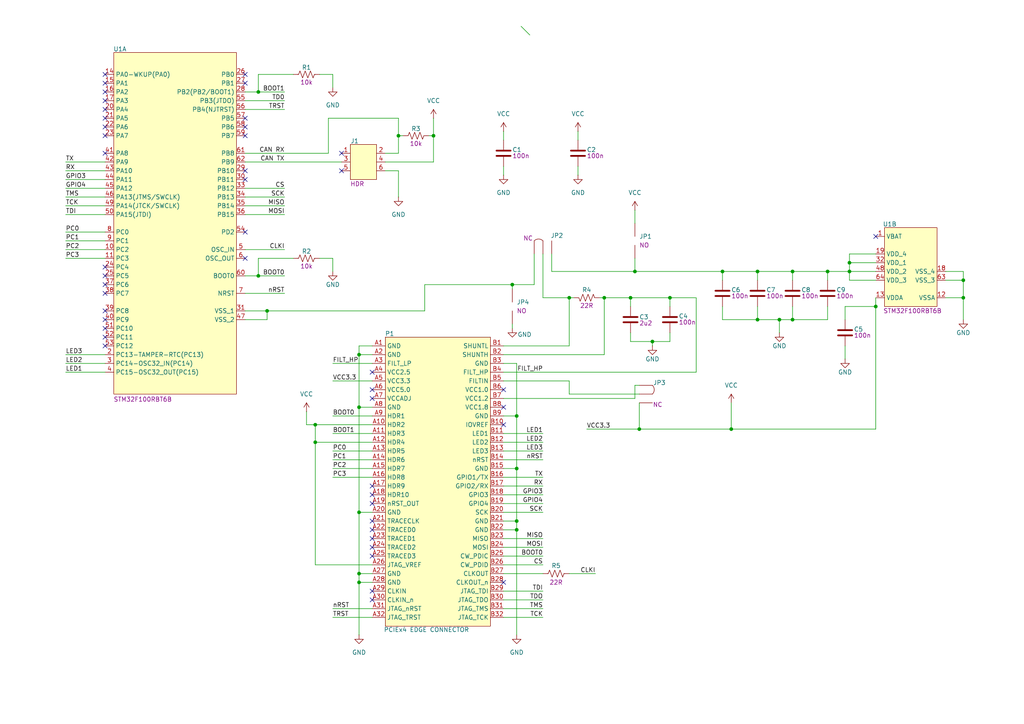
<source format=kicad_sch>
(kicad_sch (version 20231120) (generator "eeschema") (generator_version "8.0")
  (paper "A4")
  (lib_symbols
    (symbol "0603_Yageo_Res:RES_10k_0603" (pin_numbers hide)
      (property "Reference" "R" (at -20.32 5.08 0))
      (property "Display Value" "10k" (at 15.24 5.08 0))
      (symbol "RES_10k_0603_1_1"
        (pin passive line (at -3.81 0 0) (length 1.27) (name "~") (number "1"))
        (pin passive line (at 3.81 0 180) (length 1.27) (name "~") (number "2"))
      )
    )
    (symbol "0603_Yageo_Res:RES_22R_0603" (pin_numbers hide)
      (property "Reference" "R" (at -20.32 5.08 0))
      (property "Display Value" "22R" (at 15.24 5.08 0))
      (symbol "RES_22R_0603_1_1"
        (pin passive line (at -3.81 0 0) (length 1.27) (name "~") (number "1"))
        (pin passive line (at 3.81 0 180) (length 1.27) (name "~") (number "2"))
      )
    )
    (symbol "NAE_Connectors:CW312T-Template" (in_bom no)
      (property "Reference" "P" (at -15.24 3.81 0))
      (property "Value" "PCIEx4 EDGE CONNECTOR " (at 3.81 3.81 0))
      (symbol "CW312T-Template_1_1"
        (pin unspecified line (at -19.05 0 0) (length 3.81) (name "GND") (number "A1"))
        (pin unspecified line (at -19.05 -22.86 0) (length 3.81) (name "HDR2") (number "A10"))
        (pin unspecified line (at -19.05 -25.4 0) (length 3.81) (name "HDR3") (number "A11"))
        (pin unspecified line (at -19.05 -27.94 0) (length 3.81) (name "HDR4") (number "A12"))
        (pin unspecified line (at -19.05 -30.48 0) (length 3.81) (name "HDR5") (number "A13"))
        (pin unspecified line (at -19.05 -33.02 0) (length 3.81) (name "HDR6") (number "A14"))
        (pin unspecified line (at -19.05 -35.56 0) (length 3.81) (name "HDR7") (number "A15"))
        (pin unspecified line (at -19.05 -38.1 0) (length 3.81) (name "HDR8") (number "A16"))
        (pin unspecified line (at -19.05 -40.64 0) (length 3.81) (name "HDR9") (number "A17"))
        (pin unspecified line (at -19.05 -43.18 0) (length 3.81) (name "HDR10") (number "A18"))
        (pin unspecified line (at -19.05 -45.72 0) (length 3.81) (name "nRST_OUT") (number "A19"))
        (pin unspecified line (at -19.05 -2.54 0) (length 3.81) (name "GND") (number "A2"))
        (pin unspecified line (at -19.05 -48.26 0) (length 3.81) (name "GND") (number "A20"))
        (pin unspecified line (at -19.05 -50.8 0) (length 3.81) (name "TRACECLK") (number "A21"))
        (pin unspecified line (at -19.05 -53.34 0) (length 3.81) (name "TRACED0") (number "A22"))
        (pin unspecified line (at -19.05 -55.88 0) (length 3.81) (name "TRACED1") (number "A23"))
        (pin unspecified line (at -19.05 -58.42 0) (length 3.81) (name "TRACED2") (number "A24"))
        (pin unspecified line (at -19.05 -60.96 0) (length 3.81) (name "TRACED3") (number "A25"))
        (pin unspecified line (at -19.05 -63.5 0) (length 3.81) (name "JTAG_VREF") (number "A26"))
        (pin unspecified line (at -19.05 -66.04 0) (length 3.81) (name "GND") (number "A27"))
        (pin unspecified line (at -19.05 -68.58 0) (length 3.81) (name "GND") (number "A28"))
        (pin unspecified line (at -19.05 -71.12 0) (length 3.81) (name "CLKIN") (number "A29"))
        (pin unspecified line (at -19.05 -5.08 0) (length 3.81) (name "FILT_LP") (number "A3"))
        (pin unspecified line (at -19.05 -73.66 0) (length 3.81) (name "CLKIN_n") (number "A30"))
        (pin unspecified line (at -19.05 -76.2 0) (length 3.81) (name "JTAG_nRST") (number "A31"))
        (pin unspecified line (at -19.05 -78.74 0) (length 3.81) (name "JTAG_TRST") (number "A32"))
        (pin unspecified line (at -19.05 -7.62 0) (length 3.81) (name "VCC2.5") (number "A4"))
        (pin unspecified line (at -19.05 -10.16 0) (length 3.81) (name "VCC3.3") (number "A5"))
        (pin unspecified line (at -19.05 -12.7 0) (length 3.81) (name "VCC5.0") (number "A6"))
        (pin unspecified line (at -19.05 -15.24 0) (length 3.81) (name "VCCADJ") (number "A7"))
        (pin unspecified line (at -19.05 -17.78 0) (length 3.81) (name "GND") (number "A8"))
        (pin unspecified line (at -19.05 -20.32 0) (length 3.81) (name "HDR1") (number "A9"))
        (pin unspecified line (at 19.05 0 180) (length 3.81) (name "SHUNTL") (number "B1"))
        (pin unspecified line (at 19.05 -22.86 180) (length 3.81) (name "IOVREF") (number "B10"))
        (pin unspecified line (at 19.05 -25.4 180) (length 3.81) (name "LED1") (number "B11"))
        (pin unspecified line (at 19.05 -27.94 180) (length 3.81) (name "LED2") (number "B12"))
        (pin unspecified line (at 19.05 -30.48 180) (length 3.81) (name "LED3") (number "B13"))
        (pin unspecified line (at 19.05 -33.02 180) (length 3.81) (name "nRST") (number "B14"))
        (pin unspecified line (at 19.05 -35.56 180) (length 3.81) (name "GND") (number "B15"))
        (pin unspecified line (at 19.05 -38.1 180) (length 3.81) (name "GPIO1/TX") (number "B16"))
        (pin unspecified line (at 19.05 -40.64 180) (length 3.81) (name "GPIO2/RX") (number "B17"))
        (pin unspecified line (at 19.05 -43.18 180) (length 3.81) (name "GPIO3") (number "B18"))
        (pin unspecified line (at 19.05 -45.72 180) (length 3.81) (name "GPIO4") (number "B19"))
        (pin unspecified line (at 19.05 -2.54 180) (length 3.81) (name "SHUNTH") (number "B2"))
        (pin unspecified line (at 19.05 -48.26 180) (length 3.81) (name "SCK") (number "B20"))
        (pin unspecified line (at 19.05 -50.8 180) (length 3.81) (name "GND") (number "B21"))
        (pin unspecified line (at 19.05 -53.34 180) (length 3.81) (name "GND") (number "B22"))
        (pin unspecified line (at 19.05 -55.88 180) (length 3.81) (name "MISO") (number "B23"))
        (pin unspecified line (at 19.05 -58.42 180) (length 3.81) (name "MOSI") (number "B24"))
        (pin unspecified line (at 19.05 -60.96 180) (length 3.81) (name "CW_PDIC") (number "B25"))
        (pin unspecified line (at 19.05 -63.5 180) (length 3.81) (name "CW_PDID") (number "B26"))
        (pin unspecified line (at 19.05 -66.04 180) (length 3.81) (name "CLKOUT") (number "B27"))
        (pin unspecified line (at 19.05 -68.58 180) (length 3.81) (name "CLKOUT_n") (number "B28"))
        (pin unspecified line (at 19.05 -71.12 180) (length 3.81) (name "JTAG_TDI") (number "B29"))
        (pin unspecified line (at 19.05 -5.08 180) (length 3.81) (name "GND") (number "B3"))
        (pin unspecified line (at 19.05 -73.66 180) (length 3.81) (name "JTAG_TDO") (number "B30"))
        (pin unspecified line (at 19.05 -76.2 180) (length 3.81) (name "JTAG_TMS") (number "B31"))
        (pin unspecified line (at 19.05 -78.74 180) (length 3.81) (name "JTAG_TCK") (number "B32"))
        (pin unspecified line (at 19.05 -7.62 180) (length 3.81) (name "FILT_HP") (number "B4"))
        (pin unspecified line (at 19.05 -10.16 180) (length 3.81) (name "FILTIN") (number "B5"))
        (pin unspecified line (at 19.05 -12.7 180) (length 3.81) (name "VCC1.0") (number "B6"))
        (pin unspecified line (at 19.05 -15.24 180) (length 3.81) (name "VCC1.2") (number "B7"))
        (pin unspecified line (at 19.05 -17.78 180) (length 3.81) (name "VCC1.8") (number "B8"))
        (pin unspecified line (at 19.05 -20.32 180) (length 3.81) (name "GND") (number "B9"))
      )
    )
    (symbol "NAE_Connectors:Solder_Jumper_2_NO" (pin_numbers hide) (in_bom no)
      (property "Reference" "JP" (at 2.54 2.54 0))
      (property "Display Value" "NO" (at 2.54 0 0))
      (symbol "Solder_Jumper_2_NO_1_1"
        (pin unspecified line (at 0 -5.08 90) (length 3.81) (name "") (number "1"))
        (pin unspecified line (at 0 5.08 270) (length 3.81) (name "") (number "2"))
      )
    )
    (symbol "NAE_Connectors:Solder_Jumper_3_NC_1" (pin_numbers hide) (in_bom no)
      (property "Reference" "JP" (at 1.27 5.08 0))
      (property "Display Value" "NC" (at 1.27 -3.81 0))
      (symbol "Solder_Jumper_3_NC_1_1_1"
        (pin unspecified line (at -3.81 2.54 0) (length 3.81) (name "") (number "1"))
        (pin unspecified line (at -3.81 0 0) (length 3.81) (name "") (number "2"))
        (pin unspecified line (at -3.81 -2.54 0) (length 3.81) (name "") (number "3"))
      )
    )
    (symbol "NAE_Connectors:VERT_HDR_2x3_2.54mm"
      (property "Reference" "J" (at -3.81 3.81 0))
      (property "Display Value" "HDR" (at 2.54 3.81 0))
      (symbol "VERT_HDR_2x3_2.54mm_1_1"
        (pin unspecified line (at -6.35 0 0) (length 2.54) (name "") (number "1"))
        (pin unspecified line (at 6.35 0 180) (length 2.54) (name "") (number "2"))
        (pin unspecified line (at -6.35 -2.54 0) (length 2.54) (name "") (number "3"))
        (pin unspecified line (at 6.35 -2.54 180) (length 2.54) (name "") (number "4"))
        (pin unspecified line (at -6.35 -5.08 0) (length 2.54) (name "") (number "5"))
        (pin unspecified line (at 6.35 -5.08 180) (length 2.54) (name "") (number "6"))
      )
    )
    (symbol "NAE_Integrated_Circuits:STM32F100RBT6B"
      (property "Reference" "U" (at -16.51 7.62 0))
      (property "Display Value" "STM32F100RBT6B" (at 8.89 7.62 0))
      (symbol "STM32F100RBT6B_1_1"
        (pin unspecified line (at -20.32 -50.8 0) (length 2.54) (name "PC2") (number "10"))
        (pin unspecified line (at -20.32 -53.34 0) (length 2.54) (name "PC3") (number "11"))
        (pin unspecified line (at -20.32 0 0) (length 2.54) (name "PA0-WKUP(PA0)") (number "14"))
        (pin unspecified line (at -20.32 -2.54 0) (length 2.54) (name "PA1") (number "15"))
        (pin unspecified line (at -20.32 -5.08 0) (length 2.54) (name "PA2") (number "16"))
        (pin unspecified line (at -20.32 -7.62 0) (length 2.54) (name "PA3") (number "17"))
        (pin unspecified line (at -20.32 -81.28 0) (length 2.54) (name "PC13-TAMPER-RTC(PC13)") (number "2"))
        (pin unspecified line (at -20.32 -10.16 0) (length 2.54) (name "PA4") (number "20"))
        (pin unspecified line (at -20.32 -12.7 0) (length 2.54) (name "PA5") (number "21"))
        (pin unspecified line (at -20.32 -15.24 0) (length 2.54) (name "PA6") (number "22"))
        (pin unspecified line (at -20.32 -17.78 0) (length 2.54) (name "PA7") (number "23"))
        (pin unspecified line (at -20.32 -55.88 0) (length 2.54) (name "PC4") (number "24"))
        (pin unspecified line (at -20.32 -58.42 0) (length 2.54) (name "PC5") (number "25"))
        (pin unspecified line (at 20.32 0 180) (length 2.54) (name "PB0") (number "26"))
        (pin unspecified line (at 20.32 -2.54 180) (length 2.54) (name "PB1") (number "27"))
        (pin unspecified line (at 20.32 -5.08 180) (length 2.54) (name "PB2(PB2/BOOT1)") (number "28"))
        (pin unspecified line (at 20.32 -27.94 180) (length 2.54) (name "PB10") (number "29"))
        (pin unspecified line (at -20.32 -83.82 0) (length 2.54) (name "PC14-OSC32_IN(PC14)") (number "3"))
        (pin unspecified line (at 20.32 -30.48 180) (length 2.54) (name "PB11") (number "30"))
        (pin unspecified line (at 20.32 -68.58 180) (length 2.54) (name "VSS_1") (number "31"))
        (pin unspecified line (at 20.32 -33.02 180) (length 2.54) (name "PB12") (number "33"))
        (pin unspecified line (at 20.32 -35.56 180) (length 2.54) (name "PB13") (number "34"))
        (pin unspecified line (at 20.32 -38.1 180) (length 2.54) (name "PB14") (number "35"))
        (pin unspecified line (at 20.32 -40.64 180) (length 2.54) (name "PB15") (number "36"))
        (pin unspecified line (at -20.32 -60.96 0) (length 2.54) (name "PC6") (number "37"))
        (pin unspecified line (at -20.32 -63.5 0) (length 2.54) (name "PC7") (number "38"))
        (pin unspecified line (at -20.32 -68.58 0) (length 2.54) (name "PC8") (number "39"))
        (pin unspecified line (at -20.32 -86.36 0) (length 2.54) (name "PC15-OSC32_OUT(PC15)") (number "4"))
        (pin unspecified line (at -20.32 -71.12 0) (length 2.54) (name "PC9") (number "40"))
        (pin unspecified line (at -20.32 -22.86 0) (length 2.54) (name "PA8") (number "41"))
        (pin unspecified line (at -20.32 -25.4 0) (length 2.54) (name "PA9") (number "42"))
        (pin unspecified line (at -20.32 -27.94 0) (length 2.54) (name "PA10") (number "43"))
        (pin unspecified line (at -20.32 -30.48 0) (length 2.54) (name "PA11") (number "44"))
        (pin unspecified line (at -20.32 -33.02 0) (length 2.54) (name "PA12") (number "45"))
        (pin unspecified line (at -20.32 -35.56 0) (length 2.54) (name "PA13(JTMS/SWCLK)") (number "46"))
        (pin unspecified line (at 20.32 -71.12 180) (length 2.54) (name "VSS_2") (number "47"))
        (pin unspecified line (at -20.32 -38.1 0) (length 2.54) (name "PA14(JTCK/SWCLK)") (number "49"))
        (pin unspecified line (at 20.32 -50.8 180) (length 2.54) (name "OSC_IN") (number "5"))
        (pin unspecified line (at -20.32 -40.64 0) (length 2.54) (name "PA15(JTDI)") (number "50"))
        (pin unspecified line (at -20.32 -73.66 0) (length 2.54) (name "PC10") (number "51"))
        (pin unspecified line (at -20.32 -76.2 0) (length 2.54) (name "PC11") (number "52"))
        (pin unspecified line (at -20.32 -78.74 0) (length 2.54) (name "PC12") (number "53"))
        (pin unspecified line (at 20.32 -45.72 180) (length 2.54) (name "PD2") (number "54"))
        (pin unspecified line (at 20.32 -7.62 180) (length 2.54) (name "PB3(JTDO)") (number "55"))
        (pin unspecified line (at 20.32 -10.16 180) (length 2.54) (name "PB4(NJTRST)") (number "56"))
        (pin unspecified line (at 20.32 -12.7 180) (length 2.54) (name "PB5") (number "57"))
        (pin unspecified line (at 20.32 -15.24 180) (length 2.54) (name "PB6") (number "58"))
        (pin unspecified line (at 20.32 -17.78 180) (length 2.54) (name "PB7") (number "59"))
        (pin unspecified line (at 20.32 -53.34 180) (length 2.54) (name "OSC_OUT") (number "6"))
        (pin unspecified line (at 20.32 -58.42 180) (length 2.54) (name "BOOT0") (number "60"))
        (pin unspecified line (at 20.32 -22.86 180) (length 2.54) (name "PB8") (number "61"))
        (pin unspecified line (at 20.32 -25.4 180) (length 2.54) (name "PB9") (number "62"))
        (pin unspecified line (at 20.32 -63.5 180) (length 2.54) (name "NRST") (number "7"))
        (pin unspecified line (at -20.32 -45.72 0) (length 2.54) (name "PC0") (number "8"))
        (pin unspecified line (at -20.32 -48.26 0) (length 2.54) (name "PC1") (number "9"))
      )
      (symbol "STM32F100RBT6B_2_1"
        (pin unspecified line (at -10.16 0 0) (length 2.54) (name "VBAT") (number "1"))
        (pin unspecified line (at 10.16 -17.78 180) (length 2.54) (name "VSSA") (number "12"))
        (pin unspecified line (at -10.16 -17.78 0) (length 2.54) (name "VDDA") (number "13"))
        (pin unspecified line (at 10.16 -10.16 180) (length 2.54) (name "VSS_4") (number "18"))
        (pin unspecified line (at -10.16 -5.08 0) (length 2.54) (name "VDD_4") (number "19"))
        (pin unspecified line (at -10.16 -7.62 0) (length 2.54) (name "VDD_1") (number "32"))
        (pin unspecified line (at -10.16 -10.16 0) (length 2.54) (name "VDD_2") (number "48"))
        (pin unspecified line (at 10.16 -12.7 180) (length 2.54) (name "VSS_3") (number "63"))
        (pin unspecified line (at -10.16 -12.7 0) (length 2.54) (name "VDD_3") (number "64"))
      )
    )
    (symbol "Silkscreen_Symbols:CE_Free" (in_bom no)
      (property "Reference" "PCB" (at -2.54 6.35 0))
      (property "Value" "CE Symbol" (at 0 0 0))
    )
    (symbol "Silkscreen_Symbols:Pb_Free" (in_bom no)
      (property "Reference" "PCB" (at 0 0 0))
      (property "Value" "Pb_Free Symbol" (at 0 0 0))
    )
    (symbol "Silkscreen_Symbols:UKCA" (in_bom no)
      (property "Reference" "PCB4" (at 2.54 1.2701 0))
      (property "Value" "UKCA symbol" (at 2.54 -1.2699 0))
    )
    (symbol "Silkscreen_Symbols:WEEE" (in_bom no)
      (property "Reference" "PCB" (at -1.27 4.445 0))
      (property "Value" "WEEE SYMBOL" (at 0 0 0))
    )
    (symbol "nae_caps:CAP_100n_25V_0603" (pin_numbers hide)
      (property "Reference" "C" (at -20.32 5.08 0))
      (property "Display Value" "100n" (at 15.24 5.08 0))
      (symbol "CAP_100n_25V_0603_1_1"
        (pin passive line (at -3.81 0 0) (length 2.794) (name "~") (number "1"))
        (pin passive line (at 3.81 0 180) (length 2.794) (name "~") (number "2"))
      )
    )
    (symbol "nae_caps:CAP_2u2_10V_0603" (pin_numbers hide)
      (property "Reference" "C" (at -20.32 5.08 0))
      (property "Display Value" "2u2" (at 15.24 5.08 0))
      (symbol "CAP_2u2_10V_0603_1_1"
        (pin passive line (at -3.81 0 0) (length 2.794) (name "~") (number "1"))
        (pin passive line (at 3.81 0 180) (length 2.794) (name "~") (number "2"))
      )
    )
    (symbol "power:GND" (power) (pin_numbers hide) (pin_names (offset 0) hide)
      (property "Value" "GND" (at 0 -3.81 0))
      (symbol "GND_1_1"
        (pin power_in line (at 0 0 270) (length 0) (name "~") (number "1"))
      )
    )
    (symbol "power:VCC" (power) (pin_numbers hide) (pin_names (offset 0) hide)
      (property "Value" "VCC" (at 0 3.556 0))
      (symbol "VCC_1_1"
        (pin power_in line (at 0 0 90) (length 0) (name "~") (number "1"))
      )
    )
    (symbol "tutorial_2_library:RES_22R_0603" (pin_numbers hide)
      (property "Reference" "R" (at -20.32 5.08 0))
      (property "Display Value" "22R" (at 15.24 5.08 0))
      (symbol "RES_22R_0603_1_1"
        (pin passive line (at -3.81 0 0) (length 1.27) (name "~") (number "1"))
        (pin passive line (at 3.81 0 180) (length 1.27) (name "~") (number "2"))
      )
    )
  )
  (junction (at 74.93 80.01))
  (junction (at 175.26 86.36))
  (junction (at 219.71 78.74))
  (junction (at 226.06 92.71))
  (junction (at 91.44 123.19))
  (junction (at 279.4 81.28))
  (junction (at 184.15 78.74))
  (junction (at 91.44 128.27))
  (junction (at 149.86 153.67))
  (junction (at 104.14 118.11))
  (junction (at 104.14 168.91))
  (junction (at 74.93 26.67))
  (junction (at 182.88 86.36))
  (junction (at 149.86 120.65))
  (junction (at 104.14 102.87))
  (junction (at 77.47 90.17))
  (junction (at 246.38 78.74))
  (junction (at 212.09 124.46))
  (junction (at 229.87 92.71))
  (junction (at 104.14 166.37))
  (junction (at 209.55 78.74))
  (junction (at 165.1 86.36))
  (junction (at 194.31 86.36))
  (junction (at 246.38 76.2))
  (junction (at 189.23 99.06))
  (junction (at 185.42 124.46))
  (junction (at 125.73 39.37))
  (junction (at 104.14 148.59))
  (junction (at 279.4 86.36))
  (junction (at 149.86 135.89))
  (junction (at 254 88.9))
  (junction (at 240.03 78.74))
  (junction (at 149.86 151.13))
  (junction (at 229.87 78.74))
  (junction (at 148.59 82.55))
  (junction (at 219.71 92.71))
  (junction (at 115.57 39.37))
  (no_connect (at 99.06 49.53))
  (no_connect (at 71.12 34.29))
  (no_connect (at 71.12 67.31))
  (no_connect (at 146.05 168.91))
  (no_connect (at 254 68.58))
  (no_connect (at 107.95 146.05))
  (no_connect (at 107.95 171.45))
  (no_connect (at 30.48 85.09))
  (no_connect (at 30.48 39.37))
  (no_connect (at 71.12 49.53))
  (no_connect (at 107.95 161.29))
  (no_connect (at 30.48 90.17))
  (no_connect (at 107.95 153.67))
  (no_connect (at 71.12 39.37))
  (no_connect (at 71.12 36.83))
  (no_connect (at 107.95 115.57))
  (no_connect (at 71.12 21.59))
  (no_connect (at 30.48 80.01))
  (no_connect (at 30.48 29.21))
  (no_connect (at 99.06 44.45))
  (no_connect (at 146.05 123.19))
  (no_connect (at 30.48 31.75))
  (no_connect (at 30.48 92.71))
  (no_connect (at 146.05 113.03))
  (no_connect (at 30.48 34.29))
  (no_connect (at 30.48 95.25))
  (no_connect (at 30.48 77.47))
  (no_connect (at 107.95 113.03))
  (no_connect (at 30.48 97.79))
  (no_connect (at 30.48 36.83))
  (no_connect (at 30.48 82.55))
  (no_connect (at 30.48 26.67))
  (no_connect (at 107.95 143.51))
  (no_connect (at 71.12 74.93))
  (no_connect (at 30.48 24.13))
  (no_connect (at 71.12 24.13))
  (no_connect (at 107.95 140.97))
  (no_connect (at 146.05 118.11))
  (no_connect (at 71.12 52.07))
  (no_connect (at 107.95 151.13))
  (no_connect (at 107.95 156.21))
  (no_connect (at 107.95 173.99))
  (no_connect (at 30.48 21.59))
  (no_connect (at 30.48 100.33))
  (no_connect (at 30.48 44.45))
  (no_connect (at 107.95 158.75))
  (no_connect (at 107.95 107.95))
  (bus_entry (at 151.13 7.62) (size 2.54 2.54))
  (wire (pts (xy 91.44 128.27) (xy 107.95 128.27)))
  (wire (pts (xy 85.09 21.59) (xy 74.93 21.59)))
  (wire (pts (xy 146.05 158.75) (xy 157.48 158.75)))
  (wire (pts (xy 125.73 39.37) (xy 125.73 46.99)))
  (wire (pts (xy 240.03 78.74) (xy 240.03 81.28)))
  (wire (pts (xy 185.42 124.46) (xy 212.09 124.46)))
  (wire (pts (xy 274.32 81.28) (xy 279.4 81.28)))
  (wire (pts (xy 19.05 52.07) (xy 30.48 52.07)))
  (wire (pts (xy 71.12 29.21) (xy 82.55 29.21)))
  (wire (pts (xy 173.99 86.36) (xy 175.26 86.36)))
  (wire (pts (xy 19.05 59.69) (xy 30.48 59.69)))
  (wire (pts (xy 104.14 168.91) (xy 104.14 184.15)))
  (wire (pts (xy 229.87 92.71) (xy 240.03 92.71)))
  (wire (pts (xy 125.73 34.29) (xy 125.73 39.37)))
  (wire (pts (xy 154.94 73.66) (xy 154.94 82.55)))
  (wire (pts (xy 146.05 143.51) (xy 157.48 143.51)))
  (wire (pts (xy 96.52 133.35) (xy 107.95 133.35)))
  (wire (pts (xy 146.05 148.59) (xy 157.48 148.59)))
  (wire (pts (xy 96.52 21.59) (xy 96.52 25.4)))
  (wire (pts (xy 123.19 82.55) (xy 148.59 82.55)))
  (wire (pts (xy 71.12 54.61) (xy 82.55 54.61)))
  (wire (pts (xy 115.57 44.45) (xy 111.76 44.45)))
  (wire (pts (xy 209.55 78.74) (xy 209.55 81.28)))
  (wire (pts (xy 104.14 148.59) (xy 107.95 148.59)))
  (wire (pts (xy 19.05 57.15) (xy 30.48 57.15)))
  (wire (pts (xy 104.14 102.87) (xy 104.14 118.11)))
  (wire (pts (xy 146.05 115.57) (xy 184.15 115.57)))
  (wire (pts (xy 279.4 81.28) (xy 279.4 86.36)))
  (wire (pts (xy 209.55 78.74) (xy 219.71 78.74)))
  (wire (pts (xy 146.05 107.95) (xy 201.93 107.95)))
  (wire (pts (xy 209.55 92.71) (xy 209.55 88.9)))
  (wire (pts (xy 146.05 163.83) (xy 157.48 163.83)))
  (wire (pts (xy 71.12 92.71) (xy 77.47 92.71)))
  (wire (pts (xy 165.1 86.36) (xy 166.37 86.36)))
  (wire (pts (xy 115.57 39.37) (xy 116.84 39.37)))
  (wire (pts (xy 71.12 44.45) (xy 95.25 44.45)))
  (wire (pts (xy 123.19 90.17) (xy 77.47 90.17)))
  (wire (pts (xy 104.14 166.37) (xy 107.95 166.37)))
  (wire (pts (xy 157.48 86.36) (xy 165.1 86.36)))
  (wire (pts (xy 279.4 78.74) (xy 279.4 81.28)))
  (wire (pts (xy 149.86 120.65) (xy 149.86 135.89)))
  (wire (pts (xy 246.38 73.66) (xy 254 73.66)))
  (wire (pts (xy 19.05 49.53) (xy 30.48 49.53)))
  (wire (pts (xy 165.1 86.36) (xy 165.1 100.33)))
  (wire (pts (xy 184.15 115.57) (xy 184.15 111.76)))
  (wire (pts (xy 146.05 146.05) (xy 157.48 146.05)))
  (wire (pts (xy 182.88 96.52) (xy 182.88 99.06)))
  (wire (pts (xy 182.88 99.06) (xy 189.23 99.06)))
  (wire (pts (xy 149.86 105.41) (xy 149.86 120.65)))
  (wire (pts (xy 245.11 100.33) (xy 245.11 104.14)))
  (wire (pts (xy 19.05 67.31) (xy 30.48 67.31)))
  (wire (pts (xy 96.52 110.49) (xy 107.95 110.49)))
  (wire (pts (xy 167.64 38.1) (xy 167.64 40.64)))
  (wire (pts (xy 146.05 153.67) (xy 149.86 153.67)))
  (wire (pts (xy 19.05 74.93) (xy 30.48 74.93)))
  (wire (pts (xy 71.12 85.09) (xy 82.55 85.09)))
  (wire (pts (xy 91.44 163.83) (xy 107.95 163.83)))
  (wire (pts (xy 146.05 156.21) (xy 157.48 156.21)))
  (wire (pts (xy 88.9 123.19) (xy 91.44 123.19)))
  (wire (pts (xy 146.05 166.37) (xy 157.48 166.37)))
  (wire (pts (xy 146.05 161.29) (xy 157.48 161.29)))
  (wire (pts (xy 91.44 128.27) (xy 91.44 163.83)))
  (wire (pts (xy 71.12 90.17) (xy 77.47 90.17)))
  (wire (pts (xy 104.14 118.11) (xy 104.14 148.59)))
  (wire (pts (xy 245.11 88.9) (xy 254 88.9)))
  (wire (pts (xy 229.87 88.9) (xy 229.87 92.71)))
  (wire (pts (xy 212.09 116.84) (xy 212.09 124.46)))
  (wire (pts (xy 146.05 140.97) (xy 157.48 140.97)))
  (wire (pts (xy 229.87 92.71) (xy 226.06 92.71)))
  (wire (pts (xy 240.03 78.74) (xy 246.38 78.74)))
  (wire (pts (xy 96.52 130.81) (xy 107.95 130.81)))
  (wire (pts (xy 71.12 72.39) (xy 82.55 72.39)))
  (wire (pts (xy 19.05 69.85) (xy 30.48 69.85)))
  (wire (pts (xy 92.71 74.93) (xy 96.52 74.93)))
  (wire (pts (xy 274.32 86.36) (xy 279.4 86.36)))
  (wire (pts (xy 219.71 78.74) (xy 219.71 81.28)))
  (wire (pts (xy 184.15 111.76) (xy 185.42 111.76)))
  (wire (pts (xy 96.52 125.73) (xy 107.95 125.73)))
  (wire (pts (xy 146.05 120.65) (xy 149.86 120.65)))
  (wire (pts (xy 279.4 86.36) (xy 279.4 92.71)))
  (wire (pts (xy 219.71 88.9) (xy 219.71 92.71)))
  (wire (pts (xy 71.12 26.67) (xy 74.93 26.67)))
  (wire (pts (xy 104.14 102.87) (xy 107.95 102.87)))
  (wire (pts (xy 96.52 138.43) (xy 107.95 138.43)))
  (wire (pts (xy 254 88.9) (xy 254 124.46)))
  (wire (pts (xy 96.52 176.53) (xy 107.95 176.53)))
  (wire (pts (xy 146.05 173.99) (xy 157.48 173.99)))
  (wire (pts (xy 95.25 34.29) (xy 115.57 34.29)))
  (wire (pts (xy 146.05 133.35) (xy 157.48 133.35)))
  (wire (pts (xy 88.9 119.38) (xy 88.9 123.19)))
  (wire (pts (xy 104.14 168.91) (xy 107.95 168.91)))
  (wire (pts (xy 246.38 78.74) (xy 246.38 81.28)))
  (wire (pts (xy 19.05 102.87) (xy 30.48 102.87)))
  (wire (pts (xy 96.52 135.89) (xy 107.95 135.89)))
  (wire (pts (xy 274.32 78.74) (xy 279.4 78.74)))
  (wire (pts (xy 71.12 57.15) (xy 82.55 57.15)))
  (wire (pts (xy 175.26 86.36) (xy 175.26 102.87)))
  (wire (pts (xy 115.57 49.53) (xy 115.57 57.15)))
  (wire (pts (xy 124.46 39.37) (xy 125.73 39.37)))
  (wire (pts (xy 96.52 120.65) (xy 107.95 120.65)))
  (wire (pts (xy 71.12 62.23) (xy 82.55 62.23)))
  (wire (pts (xy 104.14 118.11) (xy 107.95 118.11)))
  (wire (pts (xy 149.86 135.89) (xy 149.86 151.13)))
  (wire (pts (xy 201.93 107.95) (xy 201.93 86.36)))
  (wire (pts (xy 189.23 99.06) (xy 194.31 99.06)))
  (wire (pts (xy 19.05 46.99) (xy 30.48 46.99)))
  (wire (pts (xy 146.05 100.33) (xy 165.1 100.33)))
  (wire (pts (xy 170.18 124.46) (xy 185.42 124.46)))
  (wire (pts (xy 146.05 171.45) (xy 157.48 171.45)))
  (wire (pts (xy 74.93 21.59) (xy 74.93 26.67)))
  (wire (pts (xy 165.1 110.49) (xy 165.1 114.3)))
  (wire (pts (xy 146.05 105.41) (xy 149.86 105.41)))
  (wire (pts (xy 189.23 99.06) (xy 189.23 100.33)))
  (wire (pts (xy 74.93 80.01) (xy 82.55 80.01)))
  (wire (pts (xy 74.93 26.67) (xy 82.55 26.67)))
  (wire (pts (xy 146.05 151.13) (xy 149.86 151.13)))
  (wire (pts (xy 167.64 50.8) (xy 167.64 48.26)))
  (wire (pts (xy 19.05 105.41) (xy 30.48 105.41)))
  (wire (pts (xy 175.26 86.36) (xy 182.88 86.36)))
  (wire (pts (xy 157.48 73.66) (xy 157.48 86.36)))
  (wire (pts (xy 226.06 92.71) (xy 226.06 96.52)))
  (wire (pts (xy 19.05 107.95) (xy 30.48 107.95)))
  (wire (pts (xy 146.05 102.87) (xy 175.26 102.87)))
  (wire (pts (xy 148.59 82.55) (xy 148.59 83.82)))
  (wire (pts (xy 104.14 100.33) (xy 104.14 102.87)))
  (wire (pts (xy 146.05 176.53) (xy 157.48 176.53)))
  (wire (pts (xy 19.05 62.23) (xy 30.48 62.23)))
  (wire (pts (xy 71.12 46.99) (xy 99.06 46.99)))
  (wire (pts (xy 201.93 86.36) (xy 194.31 86.36)))
  (wire (pts (xy 194.31 86.36) (xy 182.88 86.36)))
  (wire (pts (xy 194.31 99.06) (xy 194.31 96.52)))
  (wire (pts (xy 229.87 78.74) (xy 240.03 78.74)))
  (wire (pts (xy 246.38 73.66) (xy 246.38 76.2)))
  (wire (pts (xy 111.76 46.99) (xy 125.73 46.99)))
  (wire (pts (xy 165.1 114.3) (xy 185.42 114.3)))
  (wire (pts (xy 71.12 80.01) (xy 74.93 80.01)))
  (wire (pts (xy 148.59 93.98) (xy 148.59 95.25)))
  (wire (pts (xy 209.55 78.74) (xy 184.15 78.74)))
  (wire (pts (xy 194.31 88.9) (xy 194.31 86.36)))
  (wire (pts (xy 149.86 153.67) (xy 149.86 184.15)))
  (wire (pts (xy 104.14 100.33) (xy 107.95 100.33)))
  (wire (pts (xy 96.52 74.93) (xy 96.52 78.74)))
  (wire (pts (xy 85.09 74.93) (xy 74.93 74.93)))
  (wire (pts (xy 91.44 123.19) (xy 91.44 128.27)))
  (wire (pts (xy 148.59 82.55) (xy 154.94 82.55)))
  (wire (pts (xy 96.52 105.41) (xy 107.95 105.41)))
  (wire (pts (xy 246.38 76.2) (xy 254 76.2)))
  (wire (pts (xy 246.38 78.74) (xy 254 78.74)))
  (wire (pts (xy 115.57 34.29) (xy 115.57 39.37)))
  (wire (pts (xy 184.15 78.74) (xy 184.15 74.93)))
  (wire (pts (xy 146.05 128.27) (xy 157.48 128.27)))
  (wire (pts (xy 96.52 179.07) (xy 107.95 179.07)))
  (wire (pts (xy 219.71 78.74) (xy 229.87 78.74)))
  (wire (pts (xy 146.05 130.81) (xy 157.48 130.81)))
  (wire (pts (xy 146.05 179.07) (xy 157.48 179.07)))
  (wire (pts (xy 146.05 138.43) (xy 157.48 138.43)))
  (wire (pts (xy 245.11 88.9) (xy 245.11 92.71)))
  (wire (pts (xy 146.05 38.1) (xy 146.05 40.64)))
  (wire (pts (xy 149.86 151.13) (xy 149.86 153.67)))
  (wire (pts (xy 160.02 73.66) (xy 160.02 78.74)))
  (wire (pts (xy 246.38 81.28) (xy 254 81.28)))
  (wire (pts (xy 71.12 59.69) (xy 82.55 59.69)))
  (wire (pts (xy 254 88.9) (xy 254 86.36)))
  (wire (pts (xy 115.57 39.37) (xy 115.57 44.45)))
  (wire (pts (xy 146.05 135.89) (xy 149.86 135.89)))
  (wire (pts (xy 146.05 50.8) (xy 146.05 48.26)))
  (wire (pts (xy 219.71 92.71) (xy 226.06 92.71)))
  (wire (pts (xy 92.71 21.59) (xy 96.52 21.59)))
  (wire (pts (xy 212.09 124.46) (xy 254 124.46)))
  (wire (pts (xy 104.14 148.59) (xy 104.14 166.37)))
  (wire (pts (xy 229.87 78.74) (xy 229.87 81.28)))
  (wire (pts (xy 240.03 88.9) (xy 240.03 92.71)))
  (wire (pts (xy 74.93 74.93) (xy 74.93 80.01)))
  (wire (pts (xy 219.71 92.71) (xy 209.55 92.71)))
  (wire (pts (xy 111.76 49.53) (xy 115.57 49.53)))
  (wire (pts (xy 77.47 92.71) (xy 77.47 90.17)))
  (wire (pts (xy 91.44 123.19) (xy 107.95 123.19)))
  (wire (pts (xy 146.05 110.49) (xy 165.1 110.49)))
  (wire (pts (xy 19.05 54.61) (xy 30.48 54.61)))
  (wire (pts (xy 182.88 88.9) (xy 182.88 86.36)))
  (wire (pts (xy 71.12 31.75) (xy 82.55 31.75)))
  (wire (pts (xy 184.15 60.96) (xy 184.15 64.77)))
  (wire (pts (xy 123.19 82.55) (xy 123.19 90.17)))
  (wire (pts (xy 146.05 125.73) (xy 157.48 125.73)))
  (wire (pts (xy 165.1 166.37) (xy 172.72 166.37)))
  (wire (pts (xy 19.05 72.39) (xy 30.48 72.39)))
  (wire (pts (xy 160.02 78.74) (xy 184.15 78.74)))
  (wire (pts (xy 104.14 166.37) (xy 104.14 168.91)))
  (wire (pts (xy 246.38 76.2) (xy 246.38 78.74)))
  (wire (pts (xy 95.25 34.29) (xy 95.25 44.45)))
  (wire (pts (xy 185.42 116.84) (xy 185.42 124.46)))
  (label "TX" (at 157.48 138.43 180))
  (label "BOOT0" (at 96.52 120.65 0))
  (label "BOOT1" (at 82.55 26.67 180))
  (label "TDI" (at 19.05 62.23 0))
  (label "TMS" (at 19.05 57.15 0))
  (label "LED2" (at 19.05 105.41 0))
  (label "nRST" (at 96.52 176.53 0))
  (label "SCK" (at 82.55 57.15 180))
  (label "CS" (at 157.48 163.83 180))
  (label "GPIO3" (at 157.48 143.51 180))
  (label "PC1" (at 19.05 69.85 0))
  (label "TRST" (at 96.52 179.07 0))
  (label "TCK" (at 19.05 59.69 0))
  (label "PC0" (at 19.05 67.31 0))
  (label "MOSI" (at 157.48 158.75 180))
  (label "CLKI" (at 82.55 72.39 180))
  (label "MISO" (at 157.48 156.21 180))
  (label "TX" (at 19.05 46.99 0))
  (label "nRST" (at 157.48 133.35 180))
  (label "FILT_HP" (at 96.52 105.41 0))
  (label "GPIO4" (at 157.48 146.05 180))
  (label "GPIO3" (at 19.05 52.07 0))
  (label "LED3" (at 19.05 102.87 0))
  (label "BOOT1" (at 96.52 125.73 0))
  (label "nRST" (at 82.55 85.09 180))
  (label "SCK" (at 157.48 148.59 180))
  (label "PC2" (at 96.52 135.89 0))
  (label "BOOT0" (at 157.48 161.29 180))
  (label "CS" (at 82.55 54.61 180))
  (label "TDO" (at 157.48 173.99 180))
  (label "TDI" (at 157.48 171.45 180))
  (label "LED1" (at 19.05 107.95 0))
  (label "GPIO4" (at 19.05 54.61 0))
  (label "LED3" (at 157.48 130.81 180))
  (label "PC2" (at 19.05 72.39 0))
  (label "VCC3.3" (at 170.18 124.46 0))
  (label "TD0" (at 82.55 29.21 180))
  (label "PC3" (at 96.52 138.43 0))
  (label "TCK" (at 157.48 179.07 180))
  (label "TRST" (at 82.55 31.75 180))
  (label "FILT_HP" (at 157.48 107.95 180))
  (label "BOOT0" (at 82.55 80.01 180))
  (label "LED2" (at 157.48 128.27 180))
  (label "LED1" (at 157.48 125.73 180))
  (label "PC1" (at 96.52 133.35 0))
  (label "PC0" (at 96.52 130.81 0))
  (label "RX" (at 157.48 140.97 180))
  (label "MISO" (at 82.55 59.69 180))
  (label "TMS" (at 157.48 176.53 180))
  (label "RX" (at 19.05 49.53 0))
  (label "VCC3.3" (at 96.52 110.49 0))
  (label "CAN RX" (at 82.55 44.45 180))
  (label "CAN TX" (at 82.55 46.99 180))
  (label "PC3" (at 19.05 74.93 0))
  (label "MOSI" (at 82.55 62.23 180))
  (label "CLKI" (at 172.72 166.37 180))
  (symbol (lib_id "nae_caps:CAP_100n_25V_0603") (at 167.64 44.45 90) (unit 1)
    (property "Reference" "C2" (at 170.18 43.434 90) (effects (justify right)))
    (property "Value" "CAP_100n_25V_0603" (effects (hide yes)))
    (property "Footprint" "Capacitor_SMD:C_0603_1608Metric" (effects (hide yes)))
    (property "Datasheet" "https://www.yageo.com/upload/media/product/productsearch/datasheet/mlcc/UPY-GPHC_X7R_6.3V-to-250V_24.pdf" (effects (hide yes)))
    (property "Description" "CAP CER 0.1UF 25V X7R 0603" (effects (hide yes)))
    (property "Display Value" "100n" (at 170.18 45.212 90) (effects (justify right)))
    (property "Manufacturer" "YAGEO" (effects (hide yes)))
    (property "Manufacturer Part Number" "CC0603KPX7R8BB104" (effects (hide yes)))
    (property "Supplier 1" "DigiKey" (effects (hide yes)))
    (property "Supplier 1 Part Number" "13-CC0603KPX7R8BB104CT-ND" (effects (hide yes)))
    (property "Supplier 2" "no_data" (effects (hide yes)))
    (property "Supplier 2 Part Number" "no_data" (effects (hide yes)))
  )
  (symbol (lib_id "NAE_Connectors:Solder_Jumper_3_NC_1") (at 157.48 69.85 90) (unit 1) (in_bom no)
    (property "Reference" "JP2" (at 161.544 68.326 90))
    (property "Footprint" "Jumper:SolderJumper-3_P1.3mm_Bridged2Bar12_Pad1.0x1.5mm" (effects (hide yes)))
    (property "Display Value" "NC" (at 153.162 69.088 90))
  )
  (symbol (lib_id "nae_caps:CAP_100n_25V_0603") (at 229.87 85.09 90) (unit 1)
    (property "Reference" "C8" (at 232.41 84.074 90) (effects (justify right)))
    (property "Value" "CAP_100n_25V_0603" (effects (hide yes)))
    (property "Footprint" "Capacitor_SMD:C_0603_1608Metric" (effects (hide yes)))
    (property "Datasheet" "https://www.yageo.com/upload/media/product/productsearch/datasheet/mlcc/UPY-GPHC_X7R_6.3V-to-250V_24.pdf" (effects (hide yes)))
    (property "Description" "CAP CER 0.1UF 25V X7R 0603" (effects (hide yes)))
    (property "Display Value" "100n" (at 232.41 85.852 90) (effects (justify right)))
    (property "Manufacturer" "YAGEO" (effects (hide yes)))
    (property "Manufacturer Part Number" "CC0603KPX7R8BB104" (effects (hide yes)))
    (property "Supplier 1" "DigiKey" (effects (hide yes)))
    (property "Supplier 1 Part Number" "13-CC0603KPX7R8BB104CT-ND" (effects (hide yes)))
    (property "Supplier 2" "no_data" (effects (hide yes)))
    (property "Supplier 2 Part Number" "no_data" (effects (hide yes)))
  )
  (symbol (lib_id "NAE_Connectors:CW312T-Template") (at 127 100.33 0) (unit 1) (in_bom no)
    (property "Reference" "P1" (at 113.03 96.774 0))
    (property "Value" "PCIEx4 EDGE CONNECTOR" (at 123.698 182.626 0))
    (property "Footprint" "tutorial_2_library:CW312_Template" (effects (hide yes)))
    (property "Description" "BOARD AND EDGE CONNECTOR TEMPLATE FOR CW312 TARGETS" (effects (hide yes)))
  )
  (symbol (lib_id "nae_caps:CAP_100n_25V_0603") (at 245.11 96.52 90) (unit 1)
    (property "Reference" "C5" (at 247.65 95.504 90) (effects (justify right)))
    (property "Value" "CAP_100n_25V_0603" (effects (hide yes)))
    (property "Footprint" "Capacitor_SMD:C_0603_1608Metric" (effects (hide yes)))
    (property "Datasheet" "https://www.yageo.com/upload/media/product/productsearch/datasheet/mlcc/UPY-GPHC_X7R_6.3V-to-250V_24.pdf" (effects (hide yes)))
    (property "Description" "CAP CER 0.1UF 25V X7R 0603" (effects (hide yes)))
    (property "Display Value" "100n" (at 247.65 97.282 90) (effects (justify right)))
    (property "Manufacturer" "YAGEO" (effects (hide yes)))
    (property "Manufacturer Part Number" "CC0603KPX7R8BB104" (effects (hide yes)))
    (property "Supplier 1" "DigiKey" (effects (hide yes)))
    (property "Supplier 1 Part Number" "13-CC0603KPX7R8BB104CT-ND" (effects (hide yes)))
    (property "Supplier 2" "no_data" (effects (hide yes)))
    (property "Supplier 2 Part Number" "no_data" (effects (hide yes)))
  )
  (symbol (lib_id "power:GND") (at 279.4 92.71 0) (unit 1)
    (property "Reference" "#PWR013" (effects (hide yes)))
    (property "Value" "GND" (at 279.4 96.52 0))
    (property "Description" "Power symbol creates a global label with name \"GND\" , ground" (effects (hide yes)))
  )
  (symbol (lib_id "Silkscreen_Symbols:UKCA") (at -20.32 160.02 0) (unit 1) (in_bom no)
    (property "Reference" "PCB4" (at -17.78 158.7499 0) (effects (justify left)))
    (property "Value" "UKCA symbol" (at -17.78 161.2899 0) (effects (justify left)))
    (property "Footprint" "Silkscrren_Symbols:UKCA-Logo_8x8mm_SilkScreen" (effects (hide yes)))
  )
  (symbol (lib_id "power:GND") (at 96.52 78.74 0) (unit 1)
    (property "Reference" "#PWR03" (effects (hide yes)))
    (property "Value" "GND" (at 96.52 82.55 0))
    (property "Description" "Power symbol creates a global label with name \"GND\" , ground" (effects (hide yes)))
  )
  (symbol (lib_id "power:VCC") (at 212.09 116.84 0) (unit 1)
    (property "Reference" "#PWR018" (effects (hide yes)))
    (property "Value" "VCC" (at 212.09 111.76 0))
    (property "Description" "Power symbol creates a global label with name \"VCC\"" (effects (hide yes)))
  )
  (symbol (lib_id "power:GND") (at 189.23 100.33 0) (unit 1)
    (property "Reference" "#PWR012" (effects (hide yes)))
    (property "Value" "GND" (at 189.23 104.14 0))
    (property "Description" "Power symbol creates a global label with name \"GND\" , ground" (effects (hide yes)))
  )
  (symbol (lib_id "Silkscreen_Symbols:WEEE") (at -19.05 149.86 0) (unit 1) (in_bom no)
    (property "Reference" "PCB2" (at -17.78 148.5899 0) (effects (justify left)))
    (property "Value" "WEEE" (at -17.78 151.1299 0) (effects (justify left)))
    (property "Footprint" "Silkscrren_Symbols:WEEE-Logo_5.6x8mm_SilkScreen" (effects (hide yes)))
  )
  (symbol (lib_id "power:GND") (at 149.86 184.15 0) (unit 1)
    (property "Reference" "#PWR07" (effects (hide yes)))
    (property "Value" "GND" (at 149.86 189.23 0))
    (property "Description" "Power symbol creates a global label with name \"GND\" , ground" (effects (hide yes)))
  )
  (symbol (lib_id "nae_caps:CAP_100n_25V_0603") (at 146.05 44.45 90) (unit 1)
    (property "Reference" "C1" (at 148.59 43.434 90) (effects (justify right)))
    (property "Value" "CAP_100n_25V_0603" (effects (hide yes)))
    (property "Footprint" "Capacitor_SMD:C_0603_1608Metric" (effects (hide yes)))
    (property "Datasheet" "https://www.yageo.com/upload/media/product/productsearch/datasheet/mlcc/UPY-GPHC_X7R_6.3V-to-250V_24.pdf" (effects (hide yes)))
    (property "Description" "CAP CER 0.1UF 25V X7R 0603" (effects (hide yes)))
    (property "Display Value" "100n" (at 148.59 45.212 90) (effects (justify right)))
    (property "Manufacturer" "YAGEO" (effects (hide yes)))
    (property "Manufacturer Part Number" "CC0603KPX7R8BB104" (effects (hide yes)))
    (property "Supplier 1" "DigiKey" (effects (hide yes)))
    (property "Supplier 1 Part Number" "13-CC0603KPX7R8BB104CT-ND" (effects (hide yes)))
    (property "Supplier 2" "no_data" (effects (hide yes)))
    (property "Supplier 2 Part Number" "no_data" (effects (hide yes)))
  )
  (symbol (lib_id "power:GND") (at 167.64 50.8 0) (unit 1)
    (property "Reference" "#PWR011" (effects (hide yes)))
    (property "Value" "GND" (at 167.64 55.88 0))
    (property "Description" "Power symbol creates a global label with name \"GND\" , ground" (effects (hide yes)))
  )
  (symbol (lib_id "power:GND") (at 148.59 95.25 0) (unit 1)
    (property "Reference" "#PWR017" (effects (hide yes)))
    (property "Value" "GND" (at 152.146 97.028 0))
    (property "Description" "Power symbol creates a global label with name \"GND\" , ground" (effects (hide yes)))
  )
  (symbol (lib_id "power:VCC") (at 125.73 34.29 0) (unit 1)
    (property "Reference" "#PWR05" (effects (hide yes)))
    (property "Value" "VCC" (at 125.73 29.21 0))
    (property "Description" "Power symbol creates a global label with name \"VCC\"" (effects (hide yes)))
  )
  (symbol (lib_id "NAE_Connectors:Solder_Jumper_3_NC_1") (at 189.23 114.3 0) (unit 1) (in_bom no)
    (property "Reference" "JP3" (at 191.262 110.998 0))
    (property "Footprint" "Jumper:SolderJumper-3_P1.3mm_Bridged2Bar12_Pad1.0x1.5mm" (effects (hide yes)))
    (property "Display Value" "NC" (at 190.754 117.348 0))
  )
  (symbol (lib_id "power:GND") (at 146.05 50.8 0) (unit 1)
    (property "Reference" "#PWR010" (effects (hide yes)))
    (property "Value" "GND" (at 146.05 55.88 0))
    (property "Description" "Power symbol creates a global label with name \"GND\" , ground" (effects (hide yes)))
  )
  (symbol (lib_id "0603_Yageo_Res:RES_10k_0603") (at 120.65 39.37 0) (unit 1)
    (property "Reference" "R3" (at 120.65 37.338 0))
    (property "Value" "RES_10k_0603" (effects (hide yes)))
    (property "Footprint" "Resistor_SMD:R_0603_1608Metric" (effects (hide yes)))
    (property "Datasheet" "https://www.yageo.com/upload/media/product/products/datasheet/rchip/PYu-RC_Group_51_RoHS_L_12.pdf" (effects (hide yes)))
    (property "Description" "RES 10K OHM 1% 1/10W 0603" (effects (hide yes)))
    (property "Display Value" "10k" (at 120.65 41.656 0))
    (property "Manufacturer" "YAGEO" (effects (hide yes)))
    (property "Manufacturer Part Number" "RC0603FR-0710KL" (effects (hide yes)))
    (property "Supplier 1" "DigiKey" (effects (hide yes)))
    (property "Supplier 1 Part Number" "311-10.0KHRCT-ND" (effects (hide yes)))
    (property "Supplier 2" "no_data" (effects (hide yes)))
    (property "Supplier 2 Part Number" "no_data" (effects (hide yes)))
  )
  (symbol (lib_id "nae_caps:CAP_100n_25V_0603") (at 219.71 85.09 90) (unit 1)
    (property "Reference" "C7" (at 222.25 84.074 90) (effects (justify right)))
    (property "Value" "CAP_100n_25V_0603" (effects (hide yes)))
    (property "Footprint" "Capacitor_SMD:C_0603_1608Metric" (effects (hide yes)))
    (property "Datasheet" "https://www.yageo.com/upload/media/product/productsearch/datasheet/mlcc/UPY-GPHC_X7R_6.3V-to-250V_24.pdf" (effects (hide yes)))
    (property "Description" "CAP CER 0.1UF 25V X7R 0603" (effects (hide yes)))
    (property "Display Value" "100n" (at 222.25 85.852 90) (effects (justify right)))
    (property "Manufacturer" "YAGEO" (effects (hide yes)))
    (property "Manufacturer Part Number" "CC0603KPX7R8BB104" (effects (hide yes)))
    (property "Supplier 1" "DigiKey" (effects (hide yes)))
    (property "Supplier 1 Part Number" "13-CC0603KPX7R8BB104CT-ND" (effects (hide yes)))
    (property "Supplier 2" "no_data" (effects (hide yes)))
    (property "Supplier 2 Part Number" "no_data" (effects (hide yes)))
  )
  (symbol (lib_id "power:VCC") (at 184.15 60.96 0) (unit 1)
    (property "Reference" "#PWR016" (effects (hide yes)))
    (property "Value" "VCC" (at 184.15 55.88 0))
    (property "Description" "Power symbol creates a global label with name \"VCC\"" (effects (hide yes)))
  )
  (symbol (lib_id "tutorial_2_library:RES_22R_0603") (at 170.18 86.36 0) (mirror x) (unit 1)
    (property "Reference" "R4" (at 170.18 84.074 0))
    (property "Value" "22R_0603" (effects (hide yes)))
    (property "Footprint" "Resistor_SMD:R_0603_1608Metric" (effects (hide yes)))
    (property "Datasheet" "https://www.yageo.com/upload/media/product/products/datasheet/rchip/PYu-RC_Group_51_RoHS_L_12.pdf" (effects (hide yes)))
    (property "Description" "RES 22 OHM 5% 1/10W 0603" (effects (hide yes)))
    (property "Display Value" "22R" (at 170.18 88.646 0))
    (property "Manufacturer" "YAGEO" (effects (hide yes)))
    (property "Manufacturer Part Number" "RC0603JR-0722RL" (effects (hide yes)))
    (property "Supplier 1" "DigiKey" (effects (hide yes)))
    (property "Supplier 1 Part Number" "311-22GRCT-ND" (effects (hide yes)))
  )
  (symbol (lib_id "power:GND") (at 226.06 96.52 0) (unit 1)
    (property "Reference" "#PWR015" (effects (hide yes)))
    (property "Value" "GND" (at 226.06 100.33 0))
    (property "Description" "Power symbol creates a global label with name \"GND\" , ground" (effects (hide yes)))
  )
  (symbol (lib_id "NAE_Connectors:Solder_Jumper_2_NO") (at 148.59 88.9 0) (unit 1) (in_bom no)
    (property "Reference" "JP4" (at 149.86 87.6299 0) (effects (justify left)))
    (property "Footprint" "Jumper:SolderJumper-2_P1.3mm_Open_Pad1.0x1.5mm" (effects (hide yes)))
    (property "Display Value" "NO" (at 149.86 90.1699 0) (effects (justify left)))
  )
  (symbol (lib_id "0603_Yageo_Res:RES_22R_0603") (at 161.29 166.37 0) (unit 1)
    (property "Reference" "R5" (at 161.29 164.084 0))
    (property "Value" "RES_22R_0603" (effects (hide yes)))
    (property "Footprint" "Resistor_SMD:R_0603_1608Metric" (effects (hide yes)))
    (property "Datasheet" "https://www.yageo.com/upload/media/product/products/datasheet/rchip/PYu-RC_Group_51_RoHS_L_12.pdf" (effects (hide yes)))
    (property "Description" "RES 22 OHM 1% 1/10W 0603" (effects (hide yes)))
    (property "Display Value" "22R" (at 161.29 168.91 0))
    (property "Manufacturer" "YAGEO" (effects (hide yes)))
    (property "Manufacturer Part Number" "RC0603FR-0722RL" (effects (hide yes)))
    (property "Supplier 1" "DigiKey" (effects (hide yes)))
    (property "Supplier 1 Part Number" "311-22.0HRCT-ND" (effects (hide yes)))
    (property "Supplier 2" "no_data" (effects (hide yes)))
    (property "Supplier 2 Part Number" "no_data" (effects (hide yes)))
  )
  (symbol (lib_id "NAE_Integrated_Circuits:STM32F100RBT6B") (at 264.16 68.58 0) (unit 2)
    (property "Reference" "U1" (at 258.064 65.024 0))
    (property "Value" "STM32F100RBT6B" (effects (hide yes)))
    (property "Footprint" "Package_QFP:TQFP-64_10x10mm_P0.5mm" (effects (hide yes)))
    (property "Datasheet" "https://www.st.com/content/ccc/resource/technical/document/datasheet/dd/87/fd/2a/fb/3f/48/5c/CD00251732.pdf/files/CD00251732.pdf/jcr:content/translations/en.CD00251732.pdf" (effects (hide yes)))
    (property "Description" "IC MCU 32BIT 128KB FLASH 64LQFP" (effects (hide yes)))
    (property "Display Value" "STM32F100RBT6B" (at 264.668 90.17 0))
    (property "Manufacturer" "STMicroelectronics" (effects (hide yes)))
    (property "Manufacturer Part Number" "STM32F100RBT6B" (effects (hide yes)))
    (property "Supplier 1" "DigiKey" (effects (hide yes)))
    (property "Supplier 1 Part Number" "497-10494-ND" (effects (hide yes)))
  )
  (symbol (lib_id "NAE_Connectors:VERT_HDR_2x3_2.54mm") (at 105.41 44.45 0) (unit 1)
    (property "Reference" "J1" (at 102.87 40.894 0))
    (property "Value" "HDR_2x3_2.54" (effects (hide yes)))
    (property "Footprint" "Connector_PinHeader_2.54mm:PinHeader_2x03_P2.54mm_Vertical" (effects (hide yes)))
    (property "Datasheet" "https://app.adam-tech.com/products/download/data_sheet/202065/ph2-xx-ua-data-sheet.pdf" (effects (hide yes)))
    (property "Description" "CONN HEADER VERT 6POS 2.54MM" (effects (hide yes)))
    (property "Display Value" "HDR" (at 103.632 53.34 0))
    (property "Manufacturer" "Adam Tech" (effects (hide yes)))
    (property "Manufacturer Part Number" "PH2-06-UA" (effects (hide yes)))
    (property "Supplier 1" "DigiKey" (effects (hide yes)))
    (property "Supplier 1 Part Number" "2057-PH2-06-UA-ND" (effects (hide yes)))
  )
  (symbol (lib_id "NAE_Connectors:Solder_Jumper_2_NO") (at 184.15 69.85 0) (unit 1) (in_bom no)
    (property "Reference" "JP1" (at 185.42 68.5799 0) (effects (justify left)))
    (property "Footprint" "Jumper:SolderJumper-2_P1.3mm_Open_Pad1.0x1.5mm" (effects (hide yes)))
    (property "Display Value" "NO" (at 185.42 71.1199 0) (effects (justify left)))
  )
  (symbol (lib_id "nae_caps:CAP_100n_25V_0603") (at 194.31 92.71 90) (unit 1)
    (property "Reference" "C4" (at 196.85 91.694 90) (effects (justify right)))
    (property "Value" "CAP_100n_25V_0603" (effects (hide yes)))
    (property "Footprint" "Capacitor_SMD:C_0603_1608Metric" (effects (hide yes)))
    (property "Datasheet" "https://www.yageo.com/upload/media/product/productsearch/datasheet/mlcc/UPY-GPHC_X7R_6.3V-to-250V_24.pdf" (effects (hide yes)))
    (property "Description" "CAP CER 0.1UF 25V X7R 0603" (effects (hide yes)))
    (property "Display Value" "100n" (at 196.85 93.472 90) (effects (justify right)))
    (property "Manufacturer" "YAGEO" (effects (hide yes)))
    (property "Manufacturer Part Number" "CC0603KPX7R8BB104" (effects (hide yes)))
    (property "Supplier 1" "DigiKey" (effects (hide yes)))
    (property "Supplier 1 Part Number" "13-CC0603KPX7R8BB104CT-ND" (effects (hide yes)))
    (property "Supplier 2" "no_data" (effects (hide yes)))
    (property "Supplier 2 Part Number" "no_data" (effects (hide yes)))
  )
  (symbol (lib_id "Silkscreen_Symbols:CE_Free") (at -19.05 146.05 0) (unit 1) (in_bom no)
    (property "Reference" "PCB1" (effects (hide yes)))
    (property "Value" "CE" (at -17.78 146.0499 0) (effects (justify left)))
    (property "Footprint" "Silkscrren_Symbols:CE-Logo_8.5x6mm_SilkScreen" (effects (hide yes)))
  )
  (symbol (lib_id "0603_Yageo_Res:RES_10k_0603") (at 88.9 21.59 0) (unit 1)
    (property "Reference" "R1" (at 88.9 19.558 0))
    (property "Value" "RES_10k_0603" (effects (hide yes)))
    (property "Footprint" "Resistor_SMD:R_0603_1608Metric" (effects (hide yes)))
    (property "Datasheet" "https://www.yageo.com/upload/media/product/products/datasheet/rchip/PYu-RC_Group_51_RoHS_L_12.pdf" (effects (hide yes)))
    (property "Description" "RES 10K OHM 1% 1/10W 0603" (effects (hide yes)))
    (property "Display Value" "10k" (at 88.9 23.876 0))
    (property "Manufacturer" "YAGEO" (effects (hide yes)))
    (property "Manufacturer Part Number" "RC0603FR-0710KL" (effects (hide yes)))
    (property "Supplier 1" "DigiKey" (effects (hide yes)))
    (property "Supplier 1 Part Number" "311-10.0KHRCT-ND" (effects (hide yes)))
    (property "Supplier 2" "no_data" (effects (hide yes)))
    (property "Supplier 2 Part Number" "no_data" (effects (hide yes)))
  )
  (symbol (lib_id "power:GND") (at 104.14 184.15 0) (unit 1)
    (property "Reference" "#PWR06" (effects (hide yes)))
    (property "Value" "GND" (at 104.14 189.23 0))
    (property "Description" "Power symbol creates a global label with name \"GND\" , ground" (effects (hide yes)))
  )
  (symbol (lib_id "nae_caps:CAP_100n_25V_0603") (at 240.03 85.09 90) (unit 1)
    (property "Reference" "C9" (at 242.57 84.074 90) (effects (justify right)))
    (property "Value" "CAP_100n_25V_0603" (effects (hide yes)))
    (property "Footprint" "Capacitor_SMD:C_0603_1608Metric" (effects (hide yes)))
    (property "Datasheet" "https://www.yageo.com/upload/media/product/productsearch/datasheet/mlcc/UPY-GPHC_X7R_6.3V-to-250V_24.pdf" (effects (hide yes)))
    (property "Description" "CAP CER 0.1UF 25V X7R 0603" (effects (hide yes)))
    (property "Display Value" "100n" (at 242.57 85.852 90) (effects (justify right)))
    (property "Manufacturer" "YAGEO" (effects (hide yes)))
    (property "Manufacturer Part Number" "CC0603KPX7R8BB104" (effects (hide yes)))
    (property "Supplier 1" "DigiKey" (effects (hide yes)))
    (property "Supplier 1 Part Number" "13-CC0603KPX7R8BB104CT-ND" (effects (hide yes)))
    (property "Supplier 2" "no_data" (effects (hide yes)))
    (property "Supplier 2 Part Number" "no_data" (effects (hide yes)))
  )
  (symbol (lib_id "nae_caps:CAP_2u2_10V_0603") (at 182.88 92.71 90) (unit 1)
    (property "Reference" "C3" (at 185.42 91.948 90) (effects (justify right)))
    (property "Value" "CAP_2u2_10V_0603" (effects (hide yes)))
    (property "Footprint" "Capacitor_SMD:C_0603_1608Metric" (effects (hide yes)))
    (property "Datasheet" "https://www.yageo.com/upload/media/product/productsearch/datasheet/mlcc/UPY-GPHC_X7R_6.3V-to-250V_24.pdf" (effects (hide yes)))
    (property "Description" "CAP CER 2.2UF 10V X7R 0603" (effects (hide yes)))
    (property "Display Value" "2u2" (at 185.42 93.7259 90) (effects (justify right)))
    (property "Manufacturer" "YAGEO" (effects (hide yes)))
    (property "Manufacturer Part Number" "CC0603KPX7R6BB225" (effects (hide yes)))
    (property "Supplier 1" "DigiKey" (effects (hide yes)))
    (property "Supplier 1 Part Number" "13-CC0603KPX7R6BB225CT-ND" (effects (hide yes)))
    (property "Supplier 2" "no_data" (effects (hide yes)))
    (property "Supplier 2 Part Number" "no_data" (effects (hide yes)))
  )
  (symbol (lib_id "power:GND") (at 115.57 57.15 0) (unit 1)
    (property "Reference" "#PWR04" (effects (hide yes)))
    (property "Value" "GND" (at 115.57 62.23 0))
    (property "Description" "Power symbol creates a global label with name \"GND\" , ground" (effects (hide yes)))
  )
  (symbol (lib_id "power:GND") (at 96.52 25.4 0) (unit 1)
    (property "Reference" "#PWR02" (effects (hide yes)))
    (property "Value" "GND" (at 96.52 30.48 0))
    (property "Description" "Power symbol creates a global label with name \"GND\" , ground" (effects (hide yes)))
  )
  (symbol (lib_id "power:GND") (at 245.11 104.14 0) (unit 1)
    (property "Reference" "#PWR014" (effects (hide yes)))
    (property "Value" "GND" (at 245.11 107.95 0))
    (property "Description" "Power symbol creates a global label with name \"GND\" , ground" (effects (hide yes)))
  )
  (symbol (lib_id "NAE_Integrated_Circuits:STM32F100RBT6B") (at 50.8 21.59 0) (unit 1)
    (property "Reference" "U1" (at 34.798 14.224 0))
    (property "Value" "STM32F100RBT6B" (effects (hide yes)))
    (property "Footprint" "Package_QFP:TQFP-64_10x10mm_P0.5mm" (effects (hide yes)))
    (property "Datasheet" "https://www.st.com/content/ccc/resource/technical/document/datasheet/dd/87/fd/2a/fb/3f/48/5c/CD00251732.pdf/files/CD00251732.pdf/jcr:content/translations/en.CD00251732.pdf" (effects (hide yes)))
    (property "Description" "IC MCU 32BIT 128KB FLASH 64LQFP" (effects (hide yes)))
    (property "Display Value" "STM32F100RBT6B" (at 41.402 115.824 0))
    (property "Manufacturer" "STMicroelectronics" (effects (hide yes)))
    (property "Manufacturer Part Number" "STM32F100RBT6B" (effects (hide yes)))
    (property "Supplier 1" "DigiKey" (effects (hide yes)))
    (property "Supplier 1 Part Number" "497-10494-ND" (effects (hide yes)))
  )
  (symbol (lib_id "nae_caps:CAP_100n_25V_0603") (at 209.55 85.09 90) (unit 1)
    (property "Reference" "C6" (at 212.09 84.074 90) (effects (justify right)))
    (property "Value" "CAP_100n_25V_0603" (effects (hide yes)))
    (property "Footprint" "Capacitor_SMD:C_0603_1608Metric" (effects (hide yes)))
    (property "Datasheet" "https://www.yageo.com/upload/media/product/productsearch/datasheet/mlcc/UPY-GPHC_X7R_6.3V-to-250V_24.pdf" (effects (hide yes)))
    (property "Description" "CAP CER 0.1UF 25V X7R 0603" (effects (hide yes)))
    (property "Display Value" "100n" (at 212.09 85.852 90) (effects (justify right)))
    (property "Manufacturer" "YAGEO" (effects (hide yes)))
    (property "Manufacturer Part Number" "CC0603KPX7R8BB104" (effects (hide yes)))
    (property "Supplier 1" "DigiKey" (effects (hide yes)))
    (property "Supplier 1 Part Number" "13-CC0603KPX7R8BB104CT-ND" (effects (hide yes)))
    (property "Supplier 2" "no_data" (effects (hide yes)))
    (property "Supplier 2 Part Number" "no_data" (effects (hide yes)))
  )
  (symbol (lib_id "0603_Yageo_Res:RES_10k_0603") (at 88.9 74.93 0) (unit 1)
    (property "Reference" "R2" (at 88.9 72.898 0))
    (property "Value" "RES_10k_0603" (effects (hide yes)))
    (property "Footprint" "Resistor_SMD:R_0603_1608Metric" (effects (hide yes)))
    (property "Datasheet" "https://www.yageo.com/upload/media/product/products/datasheet/rchip/PYu-RC_Group_51_RoHS_L_12.pdf" (effects (hide yes)))
    (property "Description" "RES 10K OHM 1% 1/10W 0603" (effects (hide yes)))
    (property "Display Value" "10k" (at 88.9 77.216 0))
    (property "Manufacturer" "YAGEO" (effects (hide yes)))
    (property "Manufacturer Part Number" "RC0603FR-0710KL" (effects (hide yes)))
    (property "Supplier 1" "DigiKey" (effects (hide yes)))
    (property "Supplier 1 Part Number" "311-10.0KHRCT-ND" (effects (hide yes)))
    (property "Supplier 2" "no_data" (effects (hide yes)))
    (property "Supplier 2 Part Number" "no_data" (effects (hide yes)))
  )
  (symbol (lib_id "power:VCC") (at 167.64 38.1 0) (unit 1)
    (property "Reference" "#PWR09" (effects (hide yes)))
    (property "Value" "VCC" (at 167.64 33.02 0))
    (property "Description" "Power symbol creates a global label with name \"VCC\"" (effects (hide yes)))
  )
  (symbol (lib_id "Silkscreen_Symbols:Pb_Free") (at -19.05 154.94 0) (unit 1) (in_bom no)
    (property "Reference" "PCB3" (at -17.78 153.67 0) (effects (justify left)))
    (property "Value" "Pb_Free" (at -17.78 156.2099 0) (effects (justify left)))
    (property "Footprint" "Silkscrren_Symbols:Pb_Free_8.0x8.0mm_SilkScreen" (effects (hide yes)))
  )
  (symbol (lib_id "power:VCC") (at 88.9 119.38 0) (unit 1)
    (property "Reference" "#PWR01" (effects (hide yes)))
    (property "Value" "VCC" (at 88.9 114.3 0))
    (property "Description" "Power symbol creates a global label with name \"VCC\"" (effects (hide yes)))
  )
  (symbol (lib_id "power:VCC") (at 146.05 38.1 0) (unit 1)
    (property "Reference" "#PWR08" (effects (hide yes)))
    (property "Value" "VCC" (at 146.05 33.02 0))
    (property "Description" "Power symbol creates a global label with name \"VCC\"" (effects (hide yes)))
  )
)
</source>
